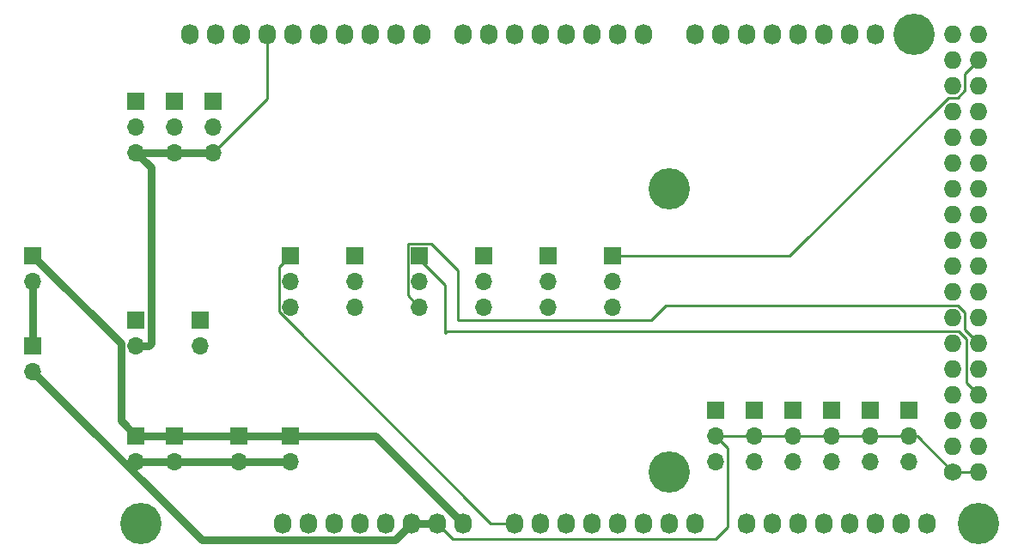
<source format=gbr>
G04 #@! TF.GenerationSoftware,KiCad,Pcbnew,6.0.2+dfsg-1*
G04 #@! TF.CreationDate,2024-04-07T16:40:55-07:00*
G04 #@! TF.ProjectId,pcb,7063622e-6b69-4636-9164-5f7063625858,rev?*
G04 #@! TF.SameCoordinates,Original*
G04 #@! TF.FileFunction,Copper,L1,Top*
G04 #@! TF.FilePolarity,Positive*
%FSLAX46Y46*%
G04 Gerber Fmt 4.6, Leading zero omitted, Abs format (unit mm)*
G04 Created by KiCad (PCBNEW 6.0.2+dfsg-1) date 2024-04-07 16:40:55*
%MOMM*%
%LPD*%
G01*
G04 APERTURE LIST*
G04 #@! TA.AperFunction,ComponentPad*
%ADD10C,1.727200*%
G04 #@! TD*
G04 #@! TA.AperFunction,ComponentPad*
%ADD11O,1.727200X1.727200*%
G04 #@! TD*
G04 #@! TA.AperFunction,ComponentPad*
%ADD12O,1.727200X2.032000*%
G04 #@! TD*
G04 #@! TA.AperFunction,ComponentPad*
%ADD13C,4.064000*%
G04 #@! TD*
G04 #@! TA.AperFunction,ComponentPad*
%ADD14R,1.700000X1.700000*%
G04 #@! TD*
G04 #@! TA.AperFunction,ComponentPad*
%ADD15O,1.700000X1.700000*%
G04 #@! TD*
G04 #@! TA.AperFunction,Conductor*
%ADD16C,0.800000*%
G04 #@! TD*
G04 #@! TA.AperFunction,Conductor*
%ADD17C,0.250000*%
G04 #@! TD*
G04 APERTURE END LIST*
D10*
X197358000Y-114046000D03*
D11*
X199898000Y-114046000D03*
X197358000Y-111506000D03*
X199898000Y-111506000D03*
X197358000Y-108966000D03*
X199898000Y-108966000D03*
X197358000Y-106426000D03*
X199898000Y-106426000D03*
X197358000Y-103886000D03*
X199898000Y-103886000D03*
X197358000Y-101346000D03*
X199898000Y-101346000D03*
X197358000Y-98806000D03*
X199898000Y-98806000D03*
X197358000Y-96266000D03*
X199898000Y-96266000D03*
X197358000Y-93726000D03*
X199898000Y-93726000D03*
X197358000Y-91186000D03*
X199898000Y-91186000D03*
X197358000Y-88646000D03*
X199898000Y-88646000D03*
X197358000Y-86106000D03*
X199898000Y-86106000D03*
X197358000Y-83566000D03*
X199898000Y-83566000D03*
X197358000Y-81026000D03*
X199898000Y-81026000D03*
X197358000Y-78486000D03*
X199898000Y-78486000D03*
X197358000Y-75946000D03*
X199898000Y-75946000D03*
X197358000Y-73406000D03*
X199898000Y-73406000D03*
X197358000Y-70866000D03*
X199898000Y-70866000D03*
D12*
X131318000Y-119126000D03*
X133858000Y-119126000D03*
X136398000Y-119126000D03*
X138938000Y-119126000D03*
X141478000Y-119126000D03*
X144018000Y-119126000D03*
X146558000Y-119126000D03*
X149098000Y-119126000D03*
X154178000Y-119126000D03*
X156718000Y-119126000D03*
X159258000Y-119126000D03*
X161798000Y-119126000D03*
X164338000Y-119126000D03*
X166878000Y-119126000D03*
X169418000Y-119126000D03*
X171958000Y-119126000D03*
X177038000Y-119126000D03*
X179578000Y-119126000D03*
X182118000Y-119126000D03*
X184658000Y-119126000D03*
X187198000Y-119126000D03*
X189738000Y-119126000D03*
X192278000Y-119126000D03*
X194818000Y-119126000D03*
X122174000Y-70866000D03*
X124714000Y-70866000D03*
X127254000Y-70866000D03*
X129794000Y-70866000D03*
X132334000Y-70866000D03*
X134874000Y-70866000D03*
X137414000Y-70866000D03*
X139954000Y-70866000D03*
X142494000Y-70866000D03*
X145034000Y-70866000D03*
X149098000Y-70866000D03*
X151638000Y-70866000D03*
X154178000Y-70866000D03*
X156718000Y-70866000D03*
X159258000Y-70866000D03*
X161798000Y-70866000D03*
X164338000Y-70866000D03*
X166878000Y-70866000D03*
X171958000Y-70866000D03*
X174498000Y-70866000D03*
X177038000Y-70866000D03*
X179578000Y-70866000D03*
X182118000Y-70866000D03*
X184658000Y-70866000D03*
X187198000Y-70866000D03*
X189738000Y-70866000D03*
D13*
X117348000Y-119126000D03*
X169418000Y-114046000D03*
X199898000Y-119126000D03*
X169418000Y-86106000D03*
X193548000Y-70866000D03*
D14*
X132080000Y-92710000D03*
D15*
X132080000Y-95250000D03*
X132080000Y-97790000D03*
D14*
X181610000Y-107965000D03*
D15*
X181610000Y-110505000D03*
X181610000Y-113045000D03*
D14*
X177800000Y-107965000D03*
D15*
X177800000Y-110505000D03*
X177800000Y-113045000D03*
D14*
X120650000Y-110490000D03*
D15*
X120650000Y-113030000D03*
D14*
X185420000Y-107965000D03*
D15*
X185420000Y-110505000D03*
X185420000Y-113045000D03*
D14*
X127000000Y-110490000D03*
D15*
X127000000Y-113030000D03*
D14*
X163830000Y-92725000D03*
D15*
X163830000Y-95265000D03*
X163830000Y-97805000D03*
D14*
X123190000Y-99060000D03*
D15*
X123190000Y-101600000D03*
D14*
X124460000Y-77470000D03*
D15*
X124460000Y-80010000D03*
X124460000Y-82550000D03*
D14*
X189230000Y-107965000D03*
D15*
X189230000Y-110505000D03*
X189230000Y-113045000D03*
D14*
X106680000Y-101600000D03*
D15*
X106680000Y-104140000D03*
D14*
X120650000Y-77485000D03*
D15*
X120650000Y-80025000D03*
X120650000Y-82565000D03*
D14*
X138430000Y-92725000D03*
D15*
X138430000Y-95265000D03*
X138430000Y-97805000D03*
D14*
X132080000Y-110490000D03*
D15*
X132080000Y-113030000D03*
D14*
X151130000Y-92725000D03*
D15*
X151130000Y-95265000D03*
X151130000Y-97805000D03*
D14*
X193040000Y-107965000D03*
D15*
X193040000Y-110505000D03*
X193040000Y-113045000D03*
D14*
X144780000Y-92725000D03*
D15*
X144780000Y-95265000D03*
X144780000Y-97805000D03*
D14*
X157480000Y-92725000D03*
D15*
X157480000Y-95265000D03*
X157480000Y-97805000D03*
D14*
X116840000Y-99060000D03*
D15*
X116840000Y-101600000D03*
D14*
X106680000Y-92710000D03*
D15*
X106680000Y-95250000D03*
D14*
X173990000Y-107965000D03*
D15*
X173990000Y-110505000D03*
X173990000Y-113045000D03*
D14*
X116840000Y-77485000D03*
D15*
X116840000Y-80025000D03*
X116840000Y-82565000D03*
D14*
X116840000Y-110490000D03*
D15*
X116840000Y-113030000D03*
D16*
X120650000Y-82565000D02*
X124445000Y-82565000D01*
X124445000Y-82565000D02*
X124460000Y-82550000D01*
X116840000Y-82565000D02*
X120650000Y-82565000D01*
X116840000Y-101600000D02*
X118042081Y-101600000D01*
X118042081Y-101600000D02*
X118289511Y-101352570D01*
X118289511Y-101352570D02*
X118289511Y-84014511D01*
X118289511Y-84014511D02*
X116840000Y-82565000D01*
X132080000Y-110490000D02*
X140462000Y-110490000D01*
X140462000Y-110490000D02*
X149098000Y-119126000D01*
X127000000Y-110490000D02*
X132080000Y-110490000D01*
X120650000Y-110490000D02*
X127000000Y-110490000D01*
X116840000Y-110490000D02*
X120650000Y-110490000D01*
X106680000Y-92710000D02*
X115390489Y-101420489D01*
X115390489Y-101420489D02*
X115390489Y-109040489D01*
X115390489Y-109040489D02*
X116840000Y-110490000D01*
X127000000Y-113030000D02*
X132080000Y-113030000D01*
X120650000Y-113030000D02*
X127000000Y-113030000D01*
X116840000Y-113030000D02*
X120650000Y-113030000D01*
X144018000Y-119126000D02*
X146558000Y-119126000D01*
X106680000Y-104140000D02*
X123281520Y-120741520D01*
X123281520Y-120741520D02*
X142402480Y-120741520D01*
X142402480Y-120741520D02*
X144018000Y-119126000D01*
X106680000Y-101600000D02*
X106680000Y-95250000D01*
D17*
X116840000Y-113030000D02*
X115570000Y-113030000D01*
X197358000Y-114046000D02*
X199405000Y-114046000D01*
X197358000Y-114046000D02*
X193817000Y-110505000D01*
X173990000Y-110505000D02*
X175164511Y-111679511D01*
X124460000Y-82550000D02*
X129794000Y-77216000D01*
X193040000Y-110505000D02*
X189230000Y-110505000D01*
X189230000Y-110505000D02*
X185420000Y-110505000D01*
X173990000Y-120650000D02*
X148082000Y-120650000D01*
X129794000Y-77216000D02*
X129794000Y-70866000D01*
X148082000Y-120650000D02*
X146558000Y-119126000D01*
X177800000Y-110505000D02*
X173990000Y-110505000D01*
X185420000Y-110505000D02*
X181610000Y-110505000D01*
X181610000Y-110505000D02*
X177800000Y-110505000D01*
X193817000Y-110505000D02*
X193040000Y-110505000D01*
X175164511Y-119475489D02*
X173990000Y-120650000D01*
X175164511Y-111679511D02*
X175164511Y-119475489D01*
X198709889Y-100919889D02*
X198709889Y-105237889D01*
X144780000Y-93116010D02*
X147320000Y-95656010D01*
X197947889Y-100157889D02*
X198709889Y-100919889D01*
X144780000Y-92725000D02*
X144780000Y-93116010D01*
X147320000Y-100330000D02*
X147492111Y-100157889D01*
X147320000Y-95656010D02*
X147320000Y-100330000D01*
X147492111Y-100157889D02*
X197947889Y-100157889D01*
X198709889Y-105237889D02*
X199898000Y-106426000D01*
X198546111Y-98313867D02*
X197850133Y-97617889D01*
X198546111Y-99994111D02*
X198546111Y-98313867D01*
X199898000Y-101346000D02*
X198546111Y-99994111D01*
X148590000Y-94185978D02*
X145954511Y-91550489D01*
X143605489Y-96630489D02*
X144780000Y-97805000D01*
X148590000Y-99060000D02*
X148590000Y-94185978D01*
X169082111Y-97617889D02*
X167640000Y-99060000D01*
X197850133Y-97617889D02*
X169082111Y-97617889D01*
X167640000Y-99060000D02*
X148590000Y-99060000D01*
X145954511Y-91550489D02*
X143605489Y-91550489D01*
X143605489Y-91550489D02*
X143605489Y-96630489D01*
X197850133Y-77134111D02*
X198546111Y-76438133D01*
X181274978Y-92725000D02*
X196865867Y-77134111D01*
X163830000Y-92725000D02*
X181274978Y-92725000D01*
X196865867Y-77134111D02*
X197850133Y-77134111D01*
X198546111Y-74757889D02*
X199898000Y-73406000D01*
X198546111Y-76438133D02*
X198546111Y-74757889D01*
X130905489Y-93884511D02*
X130905489Y-98276499D01*
X130905489Y-98276499D02*
X151754990Y-119126000D01*
X151754990Y-119126000D02*
X154178000Y-119126000D01*
X132080000Y-92710000D02*
X130905489Y-93884511D01*
M02*

</source>
